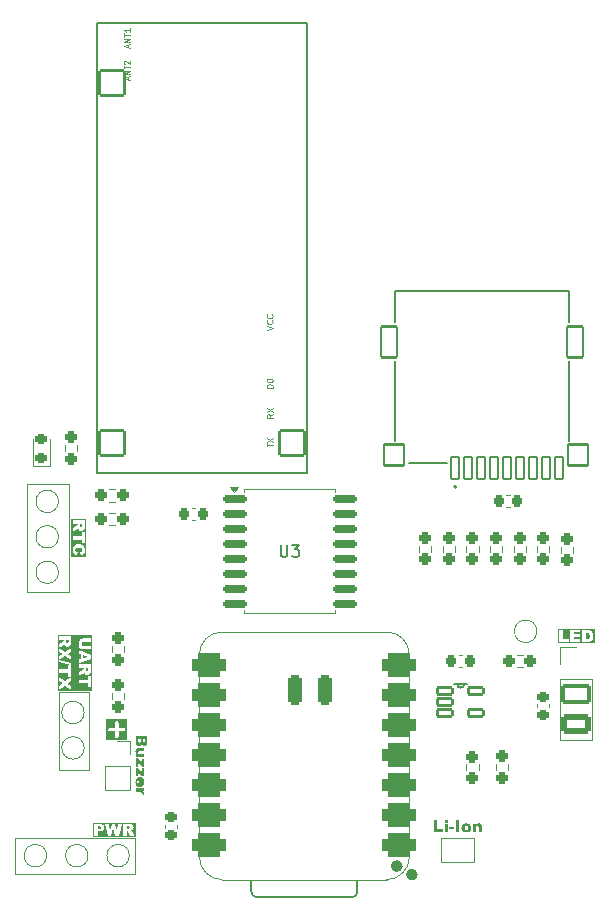
<source format=gto>
G04 #@! TF.GenerationSoftware,KiCad,Pcbnew,9.0.3*
G04 #@! TF.CreationDate,2025-08-23T15:15:08+02:00*
G04 #@! TF.ProjectId,fw-anwesenheit,66772d61-6e77-4657-9365-6e686569742e,rev?*
G04 #@! TF.SameCoordinates,Original*
G04 #@! TF.FileFunction,Legend,Top*
G04 #@! TF.FilePolarity,Positive*
%FSLAX46Y46*%
G04 Gerber Fmt 4.6, Leading zero omitted, Abs format (unit mm)*
G04 Created by KiCad (PCBNEW 9.0.3) date 2025-08-23 15:15:08*
%MOMM*%
%LPD*%
G01*
G04 APERTURE LIST*
G04 Aperture macros list*
%AMRoundRect*
0 Rectangle with rounded corners*
0 $1 Rounding radius*
0 $2 $3 $4 $5 $6 $7 $8 $9 X,Y pos of 4 corners*
0 Add a 4 corners polygon primitive as box body*
4,1,4,$2,$3,$4,$5,$6,$7,$8,$9,$2,$3,0*
0 Add four circle primitives for the rounded corners*
1,1,$1+$1,$2,$3*
1,1,$1+$1,$4,$5*
1,1,$1+$1,$6,$7*
1,1,$1+$1,$8,$9*
0 Add four rect primitives between the rounded corners*
20,1,$1+$1,$2,$3,$4,$5,0*
20,1,$1+$1,$4,$5,$6,$7,0*
20,1,$1+$1,$6,$7,$8,$9,0*
20,1,$1+$1,$8,$9,$2,$3,0*%
%AMOutline5P*
0 Free polygon, 5 corners , with rotation*
0 The origin of the aperture is its center*
0 number of corners: always 5*
0 $1 to $10 corner X, Y*
0 $11 Rotation angle, in degrees counterclockwise*
0 create outline with 5 corners*
4,1,5,$1,$2,$3,$4,$5,$6,$7,$8,$9,$10,$1,$2,$11*%
%AMOutline6P*
0 Free polygon, 6 corners , with rotation*
0 The origin of the aperture is its center*
0 number of corners: always 6*
0 $1 to $12 corner X, Y*
0 $13 Rotation angle, in degrees counterclockwise*
0 create outline with 6 corners*
4,1,6,$1,$2,$3,$4,$5,$6,$7,$8,$9,$10,$11,$12,$1,$2,$13*%
%AMOutline7P*
0 Free polygon, 7 corners , with rotation*
0 The origin of the aperture is its center*
0 number of corners: always 7*
0 $1 to $14 corner X, Y*
0 $15 Rotation angle, in degrees counterclockwise*
0 create outline with 7 corners*
4,1,7,$1,$2,$3,$4,$5,$6,$7,$8,$9,$10,$11,$12,$13,$14,$1,$2,$15*%
%AMOutline8P*
0 Free polygon, 8 corners , with rotation*
0 The origin of the aperture is its center*
0 number of corners: always 8*
0 $1 to $16 corner X, Y*
0 $17 Rotation angle, in degrees counterclockwise*
0 create outline with 8 corners*
4,1,8,$1,$2,$3,$4,$5,$6,$7,$8,$9,$10,$11,$12,$13,$14,$15,$16,$1,$2,$17*%
%AMFreePoly0*
4,1,6,1.000000,0.000000,0.500000,-0.750000,-0.500000,-0.750000,-0.500000,0.750000,0.500000,0.750000,1.000000,0.000000,1.000000,0.000000,$1*%
%AMFreePoly1*
4,1,6,0.500000,-0.750000,-0.650000,-0.750000,-0.150000,0.000000,-0.650000,0.750000,0.500000,0.750000,0.500000,-0.750000,0.500000,-0.750000,$1*%
G04 Aperture macros list end*
%ADD10C,0.100000*%
%ADD11C,0.300000*%
%ADD12C,0.150000*%
%ADD13C,0.125000*%
%ADD14C,0.120000*%
%ADD15C,0.127000*%
%ADD16C,0.504000*%
%ADD17C,0.152400*%
%ADD18C,0.200000*%
%ADD19RoundRect,0.225000X0.225000X0.250000X-0.225000X0.250000X-0.225000X-0.250000X0.225000X-0.250000X0*%
%ADD20Outline5P,-1.250000X0.510000X-0.910000X0.850000X1.250000X0.850000X1.250000X-0.850000X-1.250000X-0.850000X0.000000*%
%ADD21RoundRect,0.170000X-1.080000X-0.680000X1.080000X-0.680000X1.080000X0.680000X-1.080000X0.680000X0*%
%ADD22RoundRect,0.250000X-1.000000X-0.600000X1.000000X-0.600000X1.000000X0.600000X-1.000000X0.600000X0*%
%ADD23RoundRect,0.525400X0.900400X0.525400X-0.900400X0.525400X-0.900400X-0.525400X0.900400X-0.525400X0*%
%ADD24RoundRect,0.300400X0.300400X-1.000400X0.300400X1.000400X-0.300400X1.000400X-0.300400X-1.000400X0*%
%ADD25C,1.700000*%
%ADD26C,1.500000*%
%ADD27RoundRect,0.218750X0.256250X-0.218750X0.256250X0.218750X-0.256250X0.218750X-0.256250X-0.218750X0*%
%ADD28RoundRect,0.237500X0.237500X-0.250000X0.237500X0.250000X-0.237500X0.250000X-0.237500X-0.250000X0*%
%ADD29RoundRect,0.237500X-0.237500X0.250000X-0.237500X-0.250000X0.237500X-0.250000X0.237500X0.250000X0*%
%ADD30RoundRect,0.225000X-0.225000X-0.250000X0.225000X-0.250000X0.225000X0.250000X-0.225000X0.250000X0*%
%ADD31RoundRect,0.150000X-0.875000X-0.150000X0.875000X-0.150000X0.875000X0.150000X-0.875000X0.150000X0*%
%ADD32R,1.350000X1.350000*%
%ADD33C,1.350000*%
%ADD34FreePoly0,0.000000*%
%ADD35FreePoly1,0.000000*%
%ADD36C,2.304000*%
%ADD37RoundRect,0.102000X-1.050000X1.050000X-1.050000X-1.050000X1.050000X-1.050000X1.050000X1.050000X0*%
%ADD38RoundRect,0.237500X0.250000X0.237500X-0.250000X0.237500X-0.250000X-0.237500X0.250000X-0.237500X0*%
%ADD39RoundRect,0.102000X-0.635000X-0.279400X0.635000X-0.279400X0.635000X0.279400X-0.635000X0.279400X0*%
%ADD40RoundRect,0.237500X-0.250000X-0.237500X0.250000X-0.237500X0.250000X0.237500X-0.250000X0.237500X0*%
%ADD41RoundRect,0.225000X0.250000X-0.225000X0.250000X0.225000X-0.250000X0.225000X-0.250000X-0.225000X0*%
%ADD42C,1.000000*%
%ADD43RoundRect,0.102000X0.350000X0.950000X-0.350000X0.950000X-0.350000X-0.950000X0.350000X-0.950000X0*%
%ADD44RoundRect,0.102000X0.850000X0.900000X-0.850000X0.900000X-0.850000X-0.900000X0.850000X-0.900000X0*%
%ADD45RoundRect,0.102000X0.700000X1.300000X-0.700000X1.300000X-0.700000X-1.300000X0.700000X-1.300000X0*%
%ADD46RoundRect,0.225000X-0.250000X0.225000X-0.250000X-0.225000X0.250000X-0.225000X0.250000X0.225000X0*%
%ADD47R,1.600000X2.000000*%
%ADD48O,1.600000X2.000000*%
G04 APERTURE END LIST*
D10*
G36*
X92483418Y-117903414D02*
G01*
X92478292Y-117976154D01*
X92464024Y-118036027D01*
X92441765Y-118085307D01*
X92411916Y-118125797D01*
X92373641Y-118160033D01*
X92331965Y-118183954D01*
X92286118Y-118198391D01*
X92234962Y-118203344D01*
X92178019Y-118197029D01*
X92127952Y-118178657D01*
X92083165Y-118148023D01*
X92058127Y-118121160D01*
X92035802Y-118085745D01*
X92016426Y-118040068D01*
X91993439Y-118109093D01*
X91963486Y-118160890D01*
X91927155Y-118198826D01*
X91882539Y-118226579D01*
X91830193Y-118243721D01*
X91768153Y-118249750D01*
X91717200Y-118245602D01*
X91670749Y-118233490D01*
X91627958Y-118213541D01*
X91589323Y-118186407D01*
X91556666Y-118153562D01*
X91529528Y-118114501D01*
X91511267Y-118069998D01*
X91496677Y-117997020D01*
X91483000Y-117858351D01*
X91483000Y-117794115D01*
X91697933Y-117794115D01*
X91701852Y-117846999D01*
X91711905Y-117883056D01*
X91726326Y-117906833D01*
X91747181Y-117924900D01*
X91772176Y-117935802D01*
X91802591Y-117939623D01*
X91830744Y-117935894D01*
X91854196Y-117925158D01*
X91874093Y-117907139D01*
X91887730Y-117883682D01*
X91897359Y-117847408D01*
X91901143Y-117793444D01*
X91901143Y-117770912D01*
X92092630Y-117770912D01*
X92096078Y-117818953D01*
X92104836Y-117851053D01*
X92117237Y-117871662D01*
X92135462Y-117887014D01*
X92158683Y-117896560D01*
X92188434Y-117899995D01*
X92215914Y-117896639D01*
X92237983Y-117887170D01*
X92255906Y-117871662D01*
X92268201Y-117851115D01*
X92276829Y-117819585D01*
X92280208Y-117772927D01*
X92280208Y-117636334D01*
X92092630Y-117636334D01*
X92092630Y-117770912D01*
X91901143Y-117770912D01*
X91901143Y-117636334D01*
X91697933Y-117636334D01*
X91697933Y-117794115D01*
X91483000Y-117794115D01*
X91483000Y-117324131D01*
X92483418Y-117324131D01*
X92483418Y-117903414D01*
G37*
G36*
X91483000Y-119157784D02*
G01*
X91483000Y-118898215D01*
X91601885Y-118898215D01*
X91555728Y-118857063D01*
X91521845Y-118818128D01*
X91498265Y-118781040D01*
X91481670Y-118740502D01*
X91471121Y-118692598D01*
X91467368Y-118635898D01*
X91472082Y-118579152D01*
X91485414Y-118531232D01*
X91506703Y-118490521D01*
X91536061Y-118455830D01*
X91571961Y-118429077D01*
X91617624Y-118408750D01*
X91675278Y-118395468D01*
X91747698Y-118390617D01*
X92209866Y-118390617D01*
X92209866Y-118670031D01*
X91811689Y-118670031D01*
X91766673Y-118673485D01*
X91735630Y-118682401D01*
X91714847Y-118695310D01*
X91699256Y-118713911D01*
X91689642Y-118737136D01*
X91686210Y-118766385D01*
X91690517Y-118797824D01*
X91703059Y-118824619D01*
X91724372Y-118847962D01*
X91752072Y-118863911D01*
X91795687Y-118875278D01*
X91861454Y-118879775D01*
X92209866Y-118879775D01*
X92209866Y-119157784D01*
X91483000Y-119157784D01*
G37*
G36*
X92209866Y-119294927D02*
G01*
X92209866Y-119967816D01*
X92049277Y-119967816D01*
X91670578Y-119601696D01*
X91670578Y-119990347D01*
X91483000Y-119990347D01*
X91483000Y-119267632D01*
X91661114Y-119267632D01*
X92022288Y-119614640D01*
X92022288Y-119294927D01*
X92209866Y-119294927D01*
G37*
G36*
X92209866Y-120072596D02*
G01*
X92209866Y-120745485D01*
X92049277Y-120745485D01*
X91670578Y-120379365D01*
X91670578Y-120768016D01*
X91483000Y-120768016D01*
X91483000Y-120045302D01*
X91661114Y-120045302D01*
X92022288Y-120392310D01*
X92022288Y-120072596D01*
X92209866Y-120072596D01*
G37*
G36*
X91928569Y-120840490D02*
G01*
X92000990Y-120861291D01*
X92064405Y-120895006D01*
X92120290Y-120942161D01*
X92156920Y-120987231D01*
X92185889Y-121038777D01*
X92207290Y-121097744D01*
X92220761Y-121165356D01*
X92225498Y-121243069D01*
X92219449Y-121346488D01*
X92203111Y-121426978D01*
X92178603Y-121488960D01*
X92142502Y-121544547D01*
X92097522Y-121590004D01*
X92042804Y-121626286D01*
X91981648Y-121651241D01*
X91905550Y-121667509D01*
X91811262Y-121673424D01*
X91779999Y-121673424D01*
X91779999Y-121390652D01*
X91912867Y-121390652D01*
X91964796Y-121381126D01*
X92001597Y-121366281D01*
X92026928Y-121347238D01*
X92045741Y-121321911D01*
X92057290Y-121291532D01*
X92061367Y-121254670D01*
X92055472Y-121213061D01*
X92038402Y-121178350D01*
X92009404Y-121148791D01*
X91971902Y-121129093D01*
X91912867Y-121116673D01*
X91912867Y-121390652D01*
X91779999Y-121390652D01*
X91779999Y-121116001D01*
X91735682Y-121124168D01*
X91702916Y-121136513D01*
X91679188Y-121152210D01*
X91652687Y-121181823D01*
X91636946Y-121216355D01*
X91631499Y-121257418D01*
X91636589Y-121297234D01*
X91652016Y-121335331D01*
X91668601Y-121357193D01*
X91697933Y-121383814D01*
X91674486Y-121657732D01*
X91605045Y-121610937D01*
X91552902Y-121560453D01*
X91515484Y-121506057D01*
X91490617Y-121444747D01*
X91473724Y-121361757D01*
X91467368Y-121251312D01*
X91472641Y-121155392D01*
X91486828Y-121081175D01*
X91507973Y-121024471D01*
X91539751Y-120973365D01*
X91582318Y-120927853D01*
X91637056Y-120887512D01*
X91698129Y-120857858D01*
X91766923Y-120839582D01*
X91845090Y-120833229D01*
X91928569Y-120840490D01*
G37*
G36*
X92209866Y-121803789D02*
G01*
X92209866Y-122064030D01*
X92091103Y-122064030D01*
X92140903Y-122091893D01*
X92174871Y-122117669D01*
X92196616Y-122141577D01*
X92212328Y-122169529D01*
X92222073Y-122202078D01*
X92225498Y-122240312D01*
X92221718Y-122280528D01*
X92209689Y-122325061D01*
X92188006Y-122374890D01*
X91989987Y-122288794D01*
X92006228Y-122241599D01*
X92010564Y-122210942D01*
X92005431Y-122176920D01*
X91990620Y-122149223D01*
X91965318Y-122126251D01*
X91919836Y-122105157D01*
X91844479Y-122089519D01*
X91726937Y-122083203D01*
X91483000Y-122083203D01*
X91483000Y-121803789D01*
X92209866Y-121803789D01*
G37*
X81280000Y-125984000D02*
X91440000Y-125984000D01*
X91440000Y-129032000D01*
X81280000Y-129032000D01*
X81280000Y-125984000D01*
X84963000Y-113665000D02*
X87503000Y-113665000D01*
X87503000Y-120269000D01*
X84963000Y-120269000D01*
X84963000Y-113665000D01*
X82296000Y-96012000D02*
X85852000Y-96012000D01*
X85852000Y-105156000D01*
X82296000Y-105156000D01*
X82296000Y-96012000D01*
G36*
X87483208Y-111737927D02*
G01*
X87479471Y-111794434D01*
X87470140Y-111830944D01*
X87457257Y-111853332D01*
X87438058Y-111870079D01*
X87413808Y-111880409D01*
X87382946Y-111884106D01*
X87351998Y-111879204D01*
X87325000Y-111864628D01*
X87304511Y-111842287D01*
X87293615Y-111814436D01*
X87279998Y-111732493D01*
X87279998Y-111602006D01*
X87483208Y-111602006D01*
X87483208Y-111737927D01*
G37*
G36*
X87426116Y-110639323D02*
G01*
X87065064Y-110749965D01*
X87065064Y-110529352D01*
X87426116Y-110639323D01*
G37*
G36*
X85803208Y-109346302D02*
G01*
X85799471Y-109402809D01*
X85790140Y-109439319D01*
X85777257Y-109461706D01*
X85758058Y-109478454D01*
X85733808Y-109488783D01*
X85702946Y-109492481D01*
X85671998Y-109487579D01*
X85645000Y-109473003D01*
X85624511Y-109450661D01*
X85613615Y-109422811D01*
X85599998Y-109340867D01*
X85599998Y-109210381D01*
X85803208Y-109210381D01*
X85803208Y-109346302D01*
G37*
G36*
X87797529Y-113570706D02*
G01*
X84879257Y-113570706D01*
X84879257Y-112716364D01*
X85006000Y-112716364D01*
X85327423Y-112914506D01*
X85006000Y-113111916D01*
X85006000Y-113459595D01*
X85521901Y-113118755D01*
X86006418Y-113430225D01*
X86006418Y-113092804D01*
X85698672Y-112920674D01*
X86006418Y-112743048D01*
X86006418Y-112608897D01*
X86686000Y-112608897D01*
X86686000Y-112918353D01*
X87440221Y-112918353D01*
X87440221Y-113233976D01*
X87686418Y-113233976D01*
X87686418Y-112293335D01*
X87440221Y-112293335D01*
X87440221Y-112608897D01*
X86686000Y-112608897D01*
X86006418Y-112608897D01*
X86006418Y-112402146D01*
X85527336Y-112716364D01*
X85006000Y-112370761D01*
X85006000Y-112716364D01*
X84879257Y-112716364D01*
X84879257Y-111706176D01*
X85006000Y-111706176D01*
X85006000Y-112015632D01*
X85760221Y-112015632D01*
X85760221Y-112331255D01*
X86006418Y-112331255D01*
X86006418Y-111602006D01*
X86686000Y-111602006D01*
X87092420Y-111602006D01*
X87092420Y-111629300D01*
X87086561Y-111669636D01*
X87069217Y-111705137D01*
X87044960Y-111728529D01*
X87038525Y-111732493D01*
X86992036Y-111761130D01*
X86686000Y-111926483D01*
X86686000Y-112276238D01*
X86975122Y-112126640D01*
X87037648Y-112083225D01*
X87074029Y-112051893D01*
X87090527Y-112033705D01*
X87107584Y-112004135D01*
X87127652Y-111953105D01*
X87146511Y-112017799D01*
X87167219Y-112061732D01*
X87195033Y-112100500D01*
X87227546Y-112132866D01*
X87265099Y-112159368D01*
X87306713Y-112178696D01*
X87354186Y-112190705D01*
X87408714Y-112194905D01*
X87470964Y-112189417D01*
X87524431Y-112173753D01*
X87570769Y-112148438D01*
X87610711Y-112113975D01*
X87640817Y-112073522D01*
X87661872Y-112026195D01*
X87674370Y-111974723D01*
X87683096Y-111903309D01*
X87686418Y-111806926D01*
X87686418Y-111291146D01*
X86686000Y-111291146D01*
X86686000Y-111602006D01*
X86006418Y-111602006D01*
X86006418Y-111390614D01*
X85760221Y-111390614D01*
X85760221Y-111706176D01*
X85006000Y-111706176D01*
X84879257Y-111706176D01*
X84879257Y-111111078D01*
X84990368Y-111111078D01*
X86022050Y-111362465D01*
X86022050Y-111220377D01*
X84990368Y-110970333D01*
X84990368Y-111111078D01*
X84879257Y-111111078D01*
X84879257Y-109210381D01*
X85006000Y-109210381D01*
X85412420Y-109210381D01*
X85412420Y-109237675D01*
X85406561Y-109278011D01*
X85389217Y-109313512D01*
X85364960Y-109336904D01*
X85358527Y-109340867D01*
X85312036Y-109369505D01*
X85006000Y-109534857D01*
X85006000Y-109883392D01*
X85006000Y-110228995D01*
X85327423Y-110427137D01*
X85006000Y-110624547D01*
X85006000Y-110972226D01*
X85521901Y-110631385D01*
X86006418Y-110942856D01*
X86006418Y-110605435D01*
X85698672Y-110433304D01*
X85732313Y-110413887D01*
X86686000Y-110413887D01*
X86850131Y-110462430D01*
X86850131Y-110749965D01*
X86850131Y-110814872D01*
X86686000Y-110864087D01*
X86686000Y-111187892D01*
X87686418Y-110811453D01*
X87686418Y-110474031D01*
X86686000Y-110097592D01*
X86686000Y-110413887D01*
X85732313Y-110413887D01*
X86006418Y-110255679D01*
X86006418Y-109914777D01*
X85527336Y-110228995D01*
X85007034Y-109884077D01*
X85295122Y-109735014D01*
X85357648Y-109691600D01*
X85394029Y-109660268D01*
X85410527Y-109642080D01*
X85427584Y-109612509D01*
X85447652Y-109561480D01*
X85466511Y-109626174D01*
X85487219Y-109670107D01*
X85515033Y-109708875D01*
X85547546Y-109741240D01*
X85585099Y-109767743D01*
X85626713Y-109787070D01*
X85674186Y-109799079D01*
X85728714Y-109803280D01*
X85790964Y-109797792D01*
X85844431Y-109782127D01*
X85890769Y-109756813D01*
X85930711Y-109722350D01*
X85960817Y-109681896D01*
X85981872Y-109634569D01*
X85993526Y-109586575D01*
X86670368Y-109586575D01*
X86674441Y-109670504D01*
X86685876Y-109742114D01*
X86703707Y-109803096D01*
X86722813Y-109844480D01*
X86750052Y-109885712D01*
X86786444Y-109927111D01*
X86828005Y-109963085D01*
X86873697Y-109991902D01*
X86924014Y-110013878D01*
X87004568Y-110034524D01*
X87091198Y-110041538D01*
X87686418Y-110041538D01*
X87686418Y-109732754D01*
X87078131Y-109732754D01*
X87024668Y-109727180D01*
X86982846Y-109711768D01*
X86950026Y-109687325D01*
X86925582Y-109654437D01*
X86910315Y-109613428D01*
X86904841Y-109561968D01*
X86910400Y-109510105D01*
X86925893Y-109468892D01*
X86950698Y-109435938D01*
X86983936Y-109411405D01*
X87025606Y-109396034D01*
X87078131Y-109390509D01*
X87686418Y-109390509D01*
X87686418Y-109081725D01*
X87091198Y-109081725D01*
X87015590Y-109088339D01*
X86922366Y-109110424D01*
X86865193Y-109135061D01*
X86807205Y-109176308D01*
X86757149Y-109227734D01*
X86721109Y-109282554D01*
X86696599Y-109345052D01*
X86680626Y-109427023D01*
X86672815Y-109511988D01*
X86670368Y-109586575D01*
X85993526Y-109586575D01*
X85994370Y-109583098D01*
X86003096Y-109511683D01*
X86006418Y-109415300D01*
X86006418Y-108899520D01*
X85006000Y-108899520D01*
X85006000Y-109210381D01*
X84879257Y-109210381D01*
X84879257Y-108788409D01*
X87797529Y-108788409D01*
X87797529Y-113570706D01*
G37*
D11*
G36*
X90784153Y-117716613D02*
G01*
X89013725Y-117716613D01*
X89013725Y-116802136D01*
X89180392Y-116802136D01*
X89180392Y-116860664D01*
X89202790Y-116914736D01*
X89244174Y-116956120D01*
X89298246Y-116978518D01*
X89327510Y-116981400D01*
X89748939Y-116981400D01*
X89748939Y-117402828D01*
X89751821Y-117432092D01*
X89774219Y-117486164D01*
X89815603Y-117527548D01*
X89869675Y-117549946D01*
X89928203Y-117549946D01*
X89982275Y-117527548D01*
X90023659Y-117486164D01*
X90046057Y-117432092D01*
X90048939Y-117402828D01*
X90048939Y-116981400D01*
X90470368Y-116981400D01*
X90499632Y-116978518D01*
X90553704Y-116956120D01*
X90595088Y-116914736D01*
X90617486Y-116860664D01*
X90617486Y-116802136D01*
X90595088Y-116748064D01*
X90553704Y-116706680D01*
X90499632Y-116684282D01*
X90470368Y-116681400D01*
X90048939Y-116681400D01*
X90048939Y-116259971D01*
X90046057Y-116230707D01*
X90023659Y-116176635D01*
X89982275Y-116135251D01*
X89928203Y-116112853D01*
X89869675Y-116112853D01*
X89815603Y-116135251D01*
X89774219Y-116176635D01*
X89751821Y-116230707D01*
X89748939Y-116259971D01*
X89748939Y-116681400D01*
X89327510Y-116681400D01*
X89298246Y-116684282D01*
X89244174Y-116706680D01*
X89202790Y-116748064D01*
X89180392Y-116802136D01*
X89013725Y-116802136D01*
X89013725Y-115946186D01*
X90784153Y-115946186D01*
X90784153Y-117716613D01*
G37*
D12*
G36*
X86967208Y-99553332D02*
G01*
X86963471Y-99609839D01*
X86954140Y-99646349D01*
X86941257Y-99668736D01*
X86922058Y-99685484D01*
X86897808Y-99695813D01*
X86866946Y-99699511D01*
X86835998Y-99694609D01*
X86809000Y-99680033D01*
X86788511Y-99657691D01*
X86777615Y-99629841D01*
X86763998Y-99547897D01*
X86763998Y-99417411D01*
X86967208Y-99417411D01*
X86967208Y-99553332D01*
G37*
G36*
X87297161Y-102190463D02*
G01*
X86043257Y-102190463D01*
X86043257Y-101625732D01*
X86154368Y-101625732D01*
X86159226Y-101715051D01*
X86172620Y-101788038D01*
X86193142Y-101847383D01*
X86223211Y-101902359D01*
X86261377Y-101950778D01*
X86308180Y-101993257D01*
X86361354Y-102027933D01*
X86424170Y-102056761D01*
X86498079Y-102079352D01*
X86580327Y-101808121D01*
X86518280Y-101790386D01*
X86470722Y-101768175D01*
X86434942Y-101742175D01*
X86408088Y-101708715D01*
X86391114Y-101665032D01*
X86384933Y-101607964D01*
X86389096Y-101563148D01*
X86400905Y-101525378D01*
X86419930Y-101493268D01*
X86446543Y-101465875D01*
X86477875Y-101446469D01*
X86523263Y-101430585D01*
X86587033Y-101419536D01*
X86674300Y-101415317D01*
X86763457Y-101421072D01*
X86826959Y-101436051D01*
X86871038Y-101457693D01*
X86908242Y-101489045D01*
X86934157Y-101525580D01*
X86949958Y-101568286D01*
X86955484Y-101618893D01*
X86950591Y-101663638D01*
X86936372Y-101702913D01*
X86913295Y-101737447D01*
X86881723Y-101766477D01*
X86856991Y-101780651D01*
X86814801Y-101796519D01*
X86875556Y-102069766D01*
X86952867Y-102038318D01*
X87016504Y-102000890D01*
X87068338Y-101957786D01*
X87109785Y-101908871D01*
X87141320Y-101853730D01*
X87165165Y-101787258D01*
X87180533Y-101707314D01*
X87186050Y-101611383D01*
X87180009Y-101513297D01*
X87162894Y-101428675D01*
X87135799Y-101355528D01*
X87099225Y-101292190D01*
X87053060Y-101237386D01*
X86998109Y-101191717D01*
X86934153Y-101155390D01*
X86859818Y-101128373D01*
X86773331Y-101111249D01*
X86672590Y-101105190D01*
X86578993Y-101110448D01*
X86498168Y-101125328D01*
X86428317Y-101148801D01*
X86367897Y-101180294D01*
X86310576Y-101221533D01*
X86264592Y-101264963D01*
X86228607Y-101310672D01*
X86201629Y-101358958D01*
X86176678Y-101429588D01*
X86160323Y-101517347D01*
X86154368Y-101625732D01*
X86043257Y-101625732D01*
X86043257Y-100424302D01*
X86170000Y-100424302D01*
X86170000Y-100733757D01*
X86924221Y-100733757D01*
X86924221Y-101049380D01*
X87170418Y-101049380D01*
X87170418Y-100108740D01*
X86924221Y-100108740D01*
X86924221Y-100424302D01*
X86170000Y-100424302D01*
X86043257Y-100424302D01*
X86043257Y-99417411D01*
X86170000Y-99417411D01*
X86576420Y-99417411D01*
X86576420Y-99444705D01*
X86570561Y-99485041D01*
X86553217Y-99520542D01*
X86528960Y-99543934D01*
X86522527Y-99547897D01*
X86476036Y-99576535D01*
X86170000Y-99741887D01*
X86170000Y-100091643D01*
X86459122Y-99942044D01*
X86521648Y-99898630D01*
X86558029Y-99867298D01*
X86574527Y-99849110D01*
X86591584Y-99819539D01*
X86611652Y-99768510D01*
X86630511Y-99833204D01*
X86651219Y-99877137D01*
X86679033Y-99915905D01*
X86711546Y-99948270D01*
X86749099Y-99974773D01*
X86790713Y-99994100D01*
X86838186Y-100006109D01*
X86892714Y-100010310D01*
X86954964Y-100004822D01*
X87008431Y-99989157D01*
X87054769Y-99963843D01*
X87094711Y-99929380D01*
X87124817Y-99888926D01*
X87145872Y-99841599D01*
X87158370Y-99790128D01*
X87167096Y-99718713D01*
X87170418Y-99622330D01*
X87170418Y-99106550D01*
X86170000Y-99106550D01*
X86170000Y-99417411D01*
X86043257Y-99417411D01*
X86043257Y-98995439D01*
X87297161Y-98995439D01*
X87297161Y-102190463D01*
G37*
D10*
G36*
X88441256Y-125021383D02*
G01*
X88478710Y-125032994D01*
X88502178Y-125049519D01*
X88519638Y-125072874D01*
X88530049Y-125099126D01*
X88533624Y-125129204D01*
X88529525Y-125159786D01*
X88517604Y-125185865D01*
X88497415Y-125208583D01*
X88471174Y-125224256D01*
X88431025Y-125235242D01*
X88371752Y-125239540D01*
X88295915Y-125239540D01*
X88295915Y-125016791D01*
X88384026Y-125016791D01*
X88441256Y-125021383D01*
G37*
G36*
X90904027Y-125020528D02*
G01*
X90940537Y-125029859D01*
X90962925Y-125042742D01*
X90979672Y-125061941D01*
X90990002Y-125086191D01*
X90993699Y-125117053D01*
X90988797Y-125148001D01*
X90974221Y-125174999D01*
X90951880Y-125195488D01*
X90924029Y-125206384D01*
X90842086Y-125220001D01*
X90711599Y-125220001D01*
X90711599Y-125016791D01*
X90847520Y-125016791D01*
X90904027Y-125020528D01*
G37*
G36*
X91496942Y-125925111D02*
G01*
X87874005Y-125925111D01*
X87874005Y-125239540D01*
X87985116Y-125239540D01*
X87985116Y-125814000D01*
X88295915Y-125814000D01*
X88295915Y-125442750D01*
X88465359Y-125442750D01*
X88560183Y-125436423D01*
X88635925Y-125419070D01*
X88696135Y-125392479D01*
X88743673Y-125357449D01*
X88782658Y-125312030D01*
X88810923Y-125258585D01*
X88828631Y-125195519D01*
X88834898Y-125120655D01*
X88829041Y-125047410D01*
X88812614Y-124986549D01*
X88786643Y-124935797D01*
X88751184Y-124893448D01*
X88707422Y-124860448D01*
X88652610Y-124835573D01*
X88584318Y-124819438D01*
X88499491Y-124813581D01*
X88893516Y-124813581D01*
X89116205Y-125814000D01*
X89419493Y-125814000D01*
X89594371Y-125184158D01*
X89769921Y-125814000D01*
X90073270Y-125814000D01*
X90204259Y-125220001D01*
X90400739Y-125220001D01*
X90400739Y-125814000D01*
X90711599Y-125814000D01*
X90711599Y-125407579D01*
X90738893Y-125407579D01*
X90779229Y-125413438D01*
X90814730Y-125430782D01*
X90838122Y-125455039D01*
X90870723Y-125507963D01*
X91036076Y-125814000D01*
X91385831Y-125814000D01*
X91236233Y-125524877D01*
X91192818Y-125462351D01*
X91161486Y-125425970D01*
X91143298Y-125409472D01*
X91113728Y-125392415D01*
X91062698Y-125372347D01*
X91127392Y-125353488D01*
X91171325Y-125332780D01*
X91210093Y-125304966D01*
X91242459Y-125272453D01*
X91268961Y-125234900D01*
X91288289Y-125193286D01*
X91300298Y-125145813D01*
X91304498Y-125091285D01*
X91299010Y-125029035D01*
X91283346Y-124975568D01*
X91258031Y-124929230D01*
X91223568Y-124889288D01*
X91183115Y-124859182D01*
X91135788Y-124838127D01*
X91084316Y-124825629D01*
X91012902Y-124816903D01*
X90916519Y-124813581D01*
X90400739Y-124813581D01*
X90400739Y-125220001D01*
X90204259Y-125220001D01*
X90293883Y-124813581D01*
X90001524Y-124813581D01*
X89895645Y-125372469D01*
X89740550Y-124813581D01*
X89447520Y-124813581D01*
X89293159Y-125372469D01*
X89187218Y-124813581D01*
X88893516Y-124813581D01*
X88499491Y-124813581D01*
X87985116Y-124813581D01*
X87985116Y-125239540D01*
X87874005Y-125239540D01*
X87874005Y-124702470D01*
X91496942Y-124702470D01*
X91496942Y-125925111D01*
G37*
D12*
G36*
X129759446Y-108611661D02*
G01*
X129806661Y-108623664D01*
X129843043Y-108641925D01*
X129870742Y-108665979D01*
X129890810Y-108696126D01*
X129907109Y-108739621D01*
X129918400Y-108800561D01*
X129922705Y-108883843D01*
X129919416Y-108964835D01*
X129911034Y-109020735D01*
X129899441Y-109057683D01*
X129881136Y-109091119D01*
X129859775Y-109115675D01*
X129835266Y-109132849D01*
X129806731Y-109143523D01*
X129762557Y-109151277D01*
X129697269Y-109154342D01*
X129621431Y-109154342D01*
X129621431Y-108607238D01*
X129698612Y-108607238D01*
X129759446Y-108611661D01*
G37*
G36*
X130344615Y-109492111D02*
G01*
X127253577Y-109492111D01*
X127253577Y-109381000D01*
X127364688Y-109381000D01*
X128157134Y-109381000D01*
X128297024Y-109381000D01*
X129141372Y-109381000D01*
X129141372Y-109154342D01*
X129311976Y-109154342D01*
X129311976Y-109381000D01*
X129771702Y-109381000D01*
X129856237Y-109374602D01*
X129956166Y-109353705D01*
X130003766Y-109336525D01*
X130050059Y-109310337D01*
X130095507Y-109274204D01*
X130135200Y-109231739D01*
X130168974Y-109182634D01*
X130196928Y-109126132D01*
X130215755Y-109065861D01*
X130228649Y-108984655D01*
X130233504Y-108877371D01*
X130227235Y-108776846D01*
X130208896Y-108683625D01*
X130188841Y-108624393D01*
X130162421Y-108571144D01*
X130129640Y-108523219D01*
X130090160Y-108480989D01*
X130044296Y-108445842D01*
X129991337Y-108417461D01*
X129934309Y-108398105D01*
X129862164Y-108385286D01*
X129771702Y-108380581D01*
X129311976Y-108380581D01*
X129311976Y-109154342D01*
X129141372Y-109154342D01*
X128607152Y-109154342D01*
X128607152Y-108958948D01*
X129088738Y-108958948D01*
X129088738Y-108755738D01*
X128607152Y-108755738D01*
X128607152Y-108595515D01*
X129126351Y-108595515D01*
X129126351Y-108380581D01*
X128297024Y-108380581D01*
X128297024Y-109381000D01*
X128157134Y-109381000D01*
X128157134Y-109134803D01*
X127674144Y-109134803D01*
X127674144Y-108380581D01*
X127364688Y-108380581D01*
X127364688Y-109381000D01*
X127253577Y-109381000D01*
X127253577Y-108269470D01*
X130344615Y-108269470D01*
X130344615Y-109492111D01*
G37*
X103759095Y-101181819D02*
X103759095Y-101991342D01*
X103759095Y-101991342D02*
X103806714Y-102086580D01*
X103806714Y-102086580D02*
X103854333Y-102134200D01*
X103854333Y-102134200D02*
X103949571Y-102181819D01*
X103949571Y-102181819D02*
X104140047Y-102181819D01*
X104140047Y-102181819D02*
X104235285Y-102134200D01*
X104235285Y-102134200D02*
X104282904Y-102086580D01*
X104282904Y-102086580D02*
X104330523Y-101991342D01*
X104330523Y-101991342D02*
X104330523Y-101181819D01*
X104711476Y-101181819D02*
X105330523Y-101181819D01*
X105330523Y-101181819D02*
X104997190Y-101562771D01*
X104997190Y-101562771D02*
X105140047Y-101562771D01*
X105140047Y-101562771D02*
X105235285Y-101610390D01*
X105235285Y-101610390D02*
X105282904Y-101658009D01*
X105282904Y-101658009D02*
X105330523Y-101753247D01*
X105330523Y-101753247D02*
X105330523Y-101991342D01*
X105330523Y-101991342D02*
X105282904Y-102086580D01*
X105282904Y-102086580D02*
X105235285Y-102134200D01*
X105235285Y-102134200D02*
X105140047Y-102181819D01*
X105140047Y-102181819D02*
X104854333Y-102181819D01*
X104854333Y-102181819D02*
X104759095Y-102134200D01*
X104759095Y-102134200D02*
X104711476Y-102086580D01*
G36*
X116709846Y-124509581D02*
G01*
X117019302Y-124509581D01*
X117019302Y-125263803D01*
X117502292Y-125263803D01*
X117502292Y-125510000D01*
X116709846Y-125510000D01*
X116709846Y-124509581D01*
G37*
G36*
X117634672Y-124509581D02*
G01*
X117912681Y-124509581D01*
X117912681Y-124697159D01*
X117634672Y-124697159D01*
X117634672Y-124509581D01*
G37*
G36*
X117634672Y-124783133D02*
G01*
X117912681Y-124783133D01*
X117912681Y-125510000D01*
X117634672Y-125510000D01*
X117634672Y-124783133D01*
G37*
G36*
X118037123Y-125037145D02*
G01*
X118441528Y-125037145D01*
X118441528Y-125252079D01*
X118037123Y-125252079D01*
X118037123Y-125037145D01*
G37*
G36*
X118587219Y-124509581D02*
G01*
X118897346Y-124509581D01*
X118897346Y-125510000D01*
X118587219Y-125510000D01*
X118587219Y-124509581D01*
G37*
G36*
X119569392Y-124773275D02*
G01*
X119644611Y-124789561D01*
X119708799Y-124815266D01*
X119763646Y-124849945D01*
X119810387Y-124893836D01*
X119849195Y-124947117D01*
X119876938Y-125005891D01*
X119893956Y-125071218D01*
X119899841Y-125144490D01*
X119892536Y-125226382D01*
X119871492Y-125298210D01*
X119837160Y-125361888D01*
X119788833Y-125418775D01*
X119742955Y-125455948D01*
X119690426Y-125485367D01*
X119630272Y-125507115D01*
X119561234Y-125520812D01*
X119481820Y-125525631D01*
X119394573Y-125519506D01*
X119319607Y-125502136D01*
X119254940Y-125474503D01*
X119198986Y-125436849D01*
X119150927Y-125389711D01*
X119114281Y-125338115D01*
X119088085Y-125281441D01*
X119072029Y-125218708D01*
X119066485Y-125148642D01*
X119066706Y-125146200D01*
X119345166Y-125146200D01*
X119350331Y-125210578D01*
X119364013Y-125257496D01*
X119384428Y-125291158D01*
X119413255Y-125317468D01*
X119445716Y-125332821D01*
X119483163Y-125338053D01*
X119521113Y-125332844D01*
X119553549Y-125317661D01*
X119581898Y-125291830D01*
X119601772Y-125258610D01*
X119615310Y-125210786D01*
X119620488Y-125143452D01*
X119615400Y-125080995D01*
X119601859Y-125035037D01*
X119581532Y-125001669D01*
X119553034Y-124975436D01*
X119521362Y-124960230D01*
X119485239Y-124955080D01*
X119446879Y-124960381D01*
X119413868Y-124975882D01*
X119384794Y-125002341D01*
X119364114Y-125036199D01*
X119350340Y-125082830D01*
X119345166Y-125146200D01*
X119066706Y-125146200D01*
X119073812Y-125067533D01*
X119094970Y-124996053D01*
X119129591Y-124932343D01*
X119178470Y-124875090D01*
X119224891Y-124837401D01*
X119277371Y-124807737D01*
X119336774Y-124785936D01*
X119404230Y-124772282D01*
X119481087Y-124767501D01*
X119569392Y-124773275D01*
G37*
G36*
X120033625Y-124783133D02*
G01*
X120292523Y-124783133D01*
X120292523Y-124902323D01*
X120333660Y-124856295D01*
X120372702Y-124822373D01*
X120410003Y-124798642D01*
X120450786Y-124781879D01*
X120498614Y-124771265D01*
X120554839Y-124767501D01*
X120611948Y-124772230D01*
X120660071Y-124785591D01*
X120700857Y-124806901D01*
X120735518Y-124836256D01*
X120762273Y-124872126D01*
X120782620Y-124917855D01*
X120795928Y-124975709D01*
X120800792Y-125048503D01*
X120800792Y-125510000D01*
X120521378Y-125510000D01*
X120521378Y-125111273D01*
X120517915Y-125066212D01*
X120508994Y-125035274D01*
X120496099Y-125014675D01*
X120477522Y-124999265D01*
X120454298Y-124989745D01*
X120425024Y-124986343D01*
X120393116Y-124990685D01*
X120366199Y-125003269D01*
X120343020Y-125024567D01*
X120327305Y-125052231D01*
X120316081Y-125095893D01*
X120311635Y-125161831D01*
X120311635Y-125510000D01*
X120033625Y-125510000D01*
X120033625Y-124783133D01*
G37*
D13*
X103094809Y-87872047D02*
X102594809Y-87872047D01*
X102594809Y-87872047D02*
X102594809Y-87752999D01*
X102594809Y-87752999D02*
X102618619Y-87681571D01*
X102618619Y-87681571D02*
X102666238Y-87633952D01*
X102666238Y-87633952D02*
X102713857Y-87610142D01*
X102713857Y-87610142D02*
X102809095Y-87586333D01*
X102809095Y-87586333D02*
X102880523Y-87586333D01*
X102880523Y-87586333D02*
X102975761Y-87610142D01*
X102975761Y-87610142D02*
X103023380Y-87633952D01*
X103023380Y-87633952D02*
X103071000Y-87681571D01*
X103071000Y-87681571D02*
X103094809Y-87752999D01*
X103094809Y-87752999D02*
X103094809Y-87872047D01*
X102594809Y-87276809D02*
X102594809Y-87229190D01*
X102594809Y-87229190D02*
X102618619Y-87181571D01*
X102618619Y-87181571D02*
X102642428Y-87157761D01*
X102642428Y-87157761D02*
X102690047Y-87133952D01*
X102690047Y-87133952D02*
X102785285Y-87110142D01*
X102785285Y-87110142D02*
X102904333Y-87110142D01*
X102904333Y-87110142D02*
X102999571Y-87133952D01*
X102999571Y-87133952D02*
X103047190Y-87157761D01*
X103047190Y-87157761D02*
X103071000Y-87181571D01*
X103071000Y-87181571D02*
X103094809Y-87229190D01*
X103094809Y-87229190D02*
X103094809Y-87276809D01*
X103094809Y-87276809D02*
X103071000Y-87324428D01*
X103071000Y-87324428D02*
X103047190Y-87348237D01*
X103047190Y-87348237D02*
X102999571Y-87372047D01*
X102999571Y-87372047D02*
X102904333Y-87395856D01*
X102904333Y-87395856D02*
X102785285Y-87395856D01*
X102785285Y-87395856D02*
X102690047Y-87372047D01*
X102690047Y-87372047D02*
X102642428Y-87348237D01*
X102642428Y-87348237D02*
X102618619Y-87324428D01*
X102618619Y-87324428D02*
X102594809Y-87276809D01*
X90851952Y-59059522D02*
X90851952Y-58821427D01*
X90994809Y-59107141D02*
X90494809Y-58940475D01*
X90494809Y-58940475D02*
X90994809Y-58773808D01*
X90994809Y-58607142D02*
X90494809Y-58607142D01*
X90494809Y-58607142D02*
X90994809Y-58321428D01*
X90994809Y-58321428D02*
X90494809Y-58321428D01*
X90494809Y-58154760D02*
X90494809Y-57869046D01*
X90994809Y-58011903D02*
X90494809Y-58011903D01*
X90994809Y-57440475D02*
X90994809Y-57726189D01*
X90994809Y-57583332D02*
X90494809Y-57583332D01*
X90494809Y-57583332D02*
X90566238Y-57630951D01*
X90566238Y-57630951D02*
X90613857Y-57678570D01*
X90613857Y-57678570D02*
X90637666Y-57726189D01*
X102594809Y-82962665D02*
X103094809Y-82795999D01*
X103094809Y-82795999D02*
X102594809Y-82629332D01*
X103047190Y-82176952D02*
X103071000Y-82200761D01*
X103071000Y-82200761D02*
X103094809Y-82272190D01*
X103094809Y-82272190D02*
X103094809Y-82319809D01*
X103094809Y-82319809D02*
X103071000Y-82391237D01*
X103071000Y-82391237D02*
X103023380Y-82438856D01*
X103023380Y-82438856D02*
X102975761Y-82462666D01*
X102975761Y-82462666D02*
X102880523Y-82486475D01*
X102880523Y-82486475D02*
X102809095Y-82486475D01*
X102809095Y-82486475D02*
X102713857Y-82462666D01*
X102713857Y-82462666D02*
X102666238Y-82438856D01*
X102666238Y-82438856D02*
X102618619Y-82391237D01*
X102618619Y-82391237D02*
X102594809Y-82319809D01*
X102594809Y-82319809D02*
X102594809Y-82272190D01*
X102594809Y-82272190D02*
X102618619Y-82200761D01*
X102618619Y-82200761D02*
X102642428Y-82176952D01*
X103047190Y-81676952D02*
X103071000Y-81700761D01*
X103071000Y-81700761D02*
X103094809Y-81772190D01*
X103094809Y-81772190D02*
X103094809Y-81819809D01*
X103094809Y-81819809D02*
X103071000Y-81891237D01*
X103071000Y-81891237D02*
X103023380Y-81938856D01*
X103023380Y-81938856D02*
X102975761Y-81962666D01*
X102975761Y-81962666D02*
X102880523Y-81986475D01*
X102880523Y-81986475D02*
X102809095Y-81986475D01*
X102809095Y-81986475D02*
X102713857Y-81962666D01*
X102713857Y-81962666D02*
X102666238Y-81938856D01*
X102666238Y-81938856D02*
X102618619Y-81891237D01*
X102618619Y-81891237D02*
X102594809Y-81819809D01*
X102594809Y-81819809D02*
X102594809Y-81772190D01*
X102594809Y-81772190D02*
X102618619Y-81700761D01*
X102618619Y-81700761D02*
X102642428Y-81676952D01*
X90851952Y-61799522D02*
X90851952Y-61561427D01*
X90994809Y-61847141D02*
X90494809Y-61680475D01*
X90494809Y-61680475D02*
X90994809Y-61513808D01*
X90994809Y-61347142D02*
X90494809Y-61347142D01*
X90494809Y-61347142D02*
X90994809Y-61061428D01*
X90994809Y-61061428D02*
X90494809Y-61061428D01*
X90494809Y-60894760D02*
X90494809Y-60609046D01*
X90994809Y-60751903D02*
X90494809Y-60751903D01*
X90542428Y-60466189D02*
X90518619Y-60442380D01*
X90518619Y-60442380D02*
X90494809Y-60394761D01*
X90494809Y-60394761D02*
X90494809Y-60275713D01*
X90494809Y-60275713D02*
X90518619Y-60228094D01*
X90518619Y-60228094D02*
X90542428Y-60204285D01*
X90542428Y-60204285D02*
X90590047Y-60180475D01*
X90590047Y-60180475D02*
X90637666Y-60180475D01*
X90637666Y-60180475D02*
X90709095Y-60204285D01*
X90709095Y-60204285D02*
X90994809Y-60489999D01*
X90994809Y-60489999D02*
X90994809Y-60180475D01*
X102594809Y-92836951D02*
X102594809Y-92551237D01*
X103094809Y-92694094D02*
X102594809Y-92694094D01*
X102594809Y-92432190D02*
X103094809Y-92098857D01*
X102594809Y-92098857D02*
X103094809Y-92432190D01*
X103094809Y-90126333D02*
X102856714Y-90292999D01*
X103094809Y-90412047D02*
X102594809Y-90412047D01*
X102594809Y-90412047D02*
X102594809Y-90221571D01*
X102594809Y-90221571D02*
X102618619Y-90173952D01*
X102618619Y-90173952D02*
X102642428Y-90150142D01*
X102642428Y-90150142D02*
X102690047Y-90126333D01*
X102690047Y-90126333D02*
X102761476Y-90126333D01*
X102761476Y-90126333D02*
X102809095Y-90150142D01*
X102809095Y-90150142D02*
X102832904Y-90173952D01*
X102832904Y-90173952D02*
X102856714Y-90221571D01*
X102856714Y-90221571D02*
X102856714Y-90412047D01*
X102594809Y-89959666D02*
X103094809Y-89626333D01*
X102594809Y-89626333D02*
X103094809Y-89959666D01*
D14*
X123140580Y-96990000D02*
X122859420Y-96990000D01*
X123140580Y-98010000D02*
X122859420Y-98010000D01*
X127398000Y-109872000D02*
X128778000Y-109872000D01*
X127398000Y-111252000D02*
X127398000Y-109872000D01*
X127398000Y-112522000D02*
X127398000Y-117712000D01*
X127398000Y-112522000D02*
X130158000Y-112522000D01*
X127398000Y-117712000D02*
X130158000Y-117712000D01*
X130158000Y-112522000D02*
X130158000Y-117712000D01*
D10*
X96876600Y-110465500D02*
X96876600Y-127610500D01*
X98781600Y-129515500D02*
X112751600Y-129515500D01*
D15*
X101262600Y-130525500D02*
X101262600Y-129515500D01*
X109757872Y-131025500D02*
X101762600Y-131025500D01*
X110261600Y-129515500D02*
X110257872Y-130525772D01*
D10*
X112751600Y-108560500D02*
X98781600Y-108560500D01*
X114656600Y-110465500D02*
X114656600Y-127610500D01*
X96876600Y-110465500D02*
G75*
G02*
X98781600Y-108560500I1905000J0D01*
G01*
X98781600Y-129515500D02*
G75*
G02*
X96876600Y-127610500I0J1905000D01*
G01*
D15*
X101762600Y-131025500D02*
G75*
G02*
X101262600Y-130525500I0J500000D01*
G01*
X110257872Y-130525772D02*
G75*
G02*
X109757872Y-131025499I-500018J291D01*
G01*
D10*
X112751600Y-108560500D02*
G75*
G02*
X114656600Y-110465500I-1J-1905001D01*
G01*
X114656600Y-127614500D02*
G75*
G02*
X112751600Y-129519500I-1905001J1D01*
G01*
D16*
X113844600Y-128382500D02*
G75*
G02*
X113340600Y-128382500I-252000J0D01*
G01*
X113340600Y-128382500D02*
G75*
G02*
X113844600Y-128382500I252000J0D01*
G01*
X115118600Y-129099500D02*
G75*
G02*
X114614600Y-129099500I-252000J0D01*
G01*
X114614600Y-129099500D02*
G75*
G02*
X115118600Y-129099500I252000J0D01*
G01*
D14*
X83950000Y-127500000D02*
G75*
G02*
X82050000Y-127500000I-950000J0D01*
G01*
X82050000Y-127500000D02*
G75*
G02*
X83950000Y-127500000I950000J0D01*
G01*
X82765000Y-92200000D02*
X82765000Y-94485000D01*
X82765000Y-94485000D02*
X84235000Y-94485000D01*
X84235000Y-94485000D02*
X84235000Y-92200000D01*
X119477500Y-101754724D02*
X119477500Y-101245276D01*
X120522500Y-101754724D02*
X120522500Y-101245276D01*
X121477500Y-101754724D02*
X121477500Y-101245276D01*
X122522500Y-101754724D02*
X122522500Y-101245276D01*
X89477500Y-109745276D02*
X89477500Y-110254724D01*
X90522500Y-109745276D02*
X90522500Y-110254724D01*
X96252420Y-98042000D02*
X96533580Y-98042000D01*
X96252420Y-99062000D02*
X96533580Y-99062000D01*
X84950000Y-103500000D02*
G75*
G02*
X83050000Y-103500000I-950000J0D01*
G01*
X83050000Y-103500000D02*
G75*
G02*
X84950000Y-103500000I950000J0D01*
G01*
X100661000Y-96467000D02*
X100661000Y-96722000D01*
X100661000Y-106987000D02*
X100661000Y-106732000D01*
X104521000Y-96467000D02*
X100661000Y-96467000D01*
X104521000Y-96467000D02*
X108381000Y-96467000D01*
X104521000Y-106987000D02*
X100661000Y-106987000D01*
X104521000Y-106987000D02*
X108381000Y-106987000D01*
X108381000Y-96467000D02*
X108381000Y-96722000D01*
X108381000Y-106987000D02*
X108381000Y-106732000D01*
X99808500Y-96722000D02*
X99468500Y-96252000D01*
X100148500Y-96252000D01*
X99808500Y-96722000D01*
G36*
X99808500Y-96722000D02*
G01*
X99468500Y-96252000D01*
X100148500Y-96252000D01*
X99808500Y-96722000D01*
G37*
X88856000Y-119888000D02*
X88856000Y-121948000D01*
X88856000Y-119888000D02*
X90976000Y-119888000D01*
X88856000Y-121948000D02*
X90976000Y-121948000D01*
X89916000Y-117828000D02*
X90976000Y-117828000D01*
X90976000Y-117828000D02*
X90976000Y-118888000D01*
X90976000Y-119888000D02*
X90976000Y-121948000D01*
X115477500Y-101754724D02*
X115477500Y-101245276D01*
X116522500Y-101754724D02*
X116522500Y-101245276D01*
X87125000Y-118373000D02*
G75*
G02*
X85225000Y-118373000I-950000J0D01*
G01*
X85225000Y-118373000D02*
G75*
G02*
X87125000Y-118373000I950000J0D01*
G01*
X117308000Y-126000000D02*
X120108000Y-126000000D01*
X117308000Y-128000000D02*
X117308000Y-126000000D01*
X120108000Y-126000000D02*
X120108000Y-128000000D01*
X120108000Y-128000000D02*
X117308000Y-128000000D01*
D15*
X88230000Y-56980000D02*
X88230000Y-95080000D01*
X88230000Y-95080000D02*
X106010000Y-95080000D01*
X106010000Y-56980000D02*
X88230000Y-56980000D01*
X106010000Y-95080000D02*
X106010000Y-56980000D01*
D14*
X89754724Y-96477500D02*
X89245276Y-96477500D01*
X89754724Y-97522500D02*
X89245276Y-97522500D01*
X89754724Y-98477500D02*
X89245276Y-98477500D01*
X89754724Y-99522500D02*
X89245276Y-99522500D01*
D17*
X118695200Y-112976000D02*
X118466600Y-112976000D01*
X119304800Y-112976000D02*
X118695200Y-112976000D01*
X119533400Y-112976000D02*
X119304800Y-112976000D01*
X119304800Y-112976000D02*
G75*
G02*
X118695200Y-112976000I-304800J0D01*
G01*
D14*
X118859420Y-110490000D02*
X119140580Y-110490000D01*
X118859420Y-111510000D02*
X119140580Y-111510000D01*
X85477500Y-92745276D02*
X85477500Y-93254724D01*
X86522500Y-92745276D02*
X86522500Y-93254724D01*
X123745276Y-110477500D02*
X124254724Y-110477500D01*
X123745276Y-111522500D02*
X124254724Y-111522500D01*
X123477500Y-101754724D02*
X123477500Y-101245276D01*
X124522500Y-101754724D02*
X124522500Y-101245276D01*
X84950000Y-100500000D02*
G75*
G02*
X83050000Y-100500000I-950000J0D01*
G01*
X83050000Y-100500000D02*
G75*
G02*
X84950000Y-100500000I950000J0D01*
G01*
X87450000Y-127500000D02*
G75*
G02*
X85550000Y-127500000I-950000J0D01*
G01*
X85550000Y-127500000D02*
G75*
G02*
X87450000Y-127500000I950000J0D01*
G01*
X90950000Y-127500000D02*
G75*
G02*
X89050000Y-127500000I-950000J0D01*
G01*
X89050000Y-127500000D02*
G75*
G02*
X90950000Y-127500000I950000J0D01*
G01*
X127477500Y-101842224D02*
X127477500Y-101332776D01*
X128522500Y-101842224D02*
X128522500Y-101332776D01*
X125450000Y-108500000D02*
G75*
G02*
X123550000Y-108500000I-950000J0D01*
G01*
X123550000Y-108500000D02*
G75*
G02*
X125450000Y-108500000I950000J0D01*
G01*
X117477500Y-101754724D02*
X117477500Y-101245276D01*
X118522500Y-101754724D02*
X118522500Y-101245276D01*
X125474000Y-114948580D02*
X125474000Y-114667420D01*
X126494000Y-114948580D02*
X126494000Y-114667420D01*
X121977500Y-120254724D02*
X121977500Y-119745276D01*
X123022500Y-120254724D02*
X123022500Y-119745276D01*
X89477500Y-113745276D02*
X89477500Y-114254724D01*
X90522500Y-113745276D02*
X90522500Y-114254724D01*
X84950000Y-97500000D02*
G75*
G02*
X83050000Y-97500000I-950000J0D01*
G01*
X83050000Y-97500000D02*
G75*
G02*
X84950000Y-97500000I950000J0D01*
G01*
D15*
X113450000Y-79730000D02*
X113450000Y-82350000D01*
X113450000Y-85650000D02*
X113450000Y-92350000D01*
X114600000Y-94230000D02*
X117850000Y-94230000D01*
X128150000Y-79730000D02*
X113450000Y-79730000D01*
X128150000Y-82350000D02*
X128150000Y-79730000D01*
X128150000Y-85650000D02*
X128150000Y-92350000D01*
D18*
X118650000Y-96250000D02*
G75*
G02*
X118450000Y-96250000I-100000J0D01*
G01*
X118450000Y-96250000D02*
G75*
G02*
X118650000Y-96250000I100000J0D01*
G01*
D14*
X125477500Y-101754724D02*
X125477500Y-101245276D01*
X126522500Y-101754724D02*
X126522500Y-101245276D01*
X87125000Y-115373000D02*
G75*
G02*
X85225000Y-115373000I-950000J0D01*
G01*
X85225000Y-115373000D02*
G75*
G02*
X87125000Y-115373000I950000J0D01*
G01*
X119477500Y-120269724D02*
X119477500Y-119760276D01*
X120522500Y-120269724D02*
X120522500Y-119760276D01*
X93990000Y-124859420D02*
X93990000Y-125140580D01*
X95010000Y-124859420D02*
X95010000Y-125140580D01*
%LPC*%
G36*
X117483000Y-126250000D02*
G01*
X119933000Y-126250000D01*
X119933000Y-127750000D01*
X117483000Y-127750000D01*
X117483000Y-126250000D01*
G37*
D19*
X123775000Y-97500000D03*
X122225000Y-97500000D03*
D20*
X128778000Y-111252000D03*
D21*
X128778000Y-113792000D03*
D22*
X128778000Y-116332000D03*
D23*
X113821600Y-126598500D03*
X113821600Y-124058500D03*
X113821600Y-121518500D03*
X113821600Y-118978500D03*
X113821600Y-116438500D03*
X113821600Y-113898500D03*
X113821600Y-111358500D03*
X97656600Y-111358500D03*
X97656600Y-113898500D03*
X97656600Y-116438500D03*
X97656600Y-118978500D03*
X97656600Y-121518500D03*
X97656600Y-124058500D03*
X97656600Y-126598500D03*
D24*
X107548000Y-113446800D03*
X105008000Y-113446800D03*
D25*
X107040000Y-127620000D03*
X104500000Y-127620000D03*
X107040000Y-125080000D03*
X104500000Y-125080000D03*
X107040000Y-122540000D03*
X104500000Y-122540000D03*
X107040000Y-120000000D03*
X104592600Y-120056800D03*
D26*
X83000000Y-127500000D03*
D27*
X83500000Y-93787500D03*
X83500000Y-92212500D03*
D28*
X120000000Y-102412500D03*
X120000000Y-100587500D03*
X122000000Y-102412500D03*
X122000000Y-100587500D03*
D29*
X90000000Y-109087500D03*
X90000000Y-110912500D03*
D30*
X95618000Y-98552000D03*
X97168000Y-98552000D03*
D26*
X84000000Y-103500000D03*
D31*
X99871000Y-97282000D03*
X99871000Y-98552000D03*
X99871000Y-99822000D03*
X99871000Y-101092000D03*
X99871000Y-102362000D03*
X99871000Y-103632000D03*
X99871000Y-104902000D03*
X99871000Y-106172000D03*
X109171000Y-106172000D03*
X109171000Y-104902000D03*
X109171000Y-103632000D03*
X109171000Y-102362000D03*
X109171000Y-101092000D03*
X109171000Y-99822000D03*
X109171000Y-98552000D03*
X109171000Y-97282000D03*
D32*
X89916000Y-118888000D03*
D33*
X89916000Y-120888000D03*
D28*
X116000000Y-102412500D03*
X116000000Y-100587500D03*
D26*
X86175000Y-118373000D03*
D34*
X117983000Y-127000000D03*
D35*
X119433000Y-127000000D03*
D36*
X89500000Y-59520000D03*
D37*
X89500000Y-62060000D03*
D36*
X104740000Y-87460000D03*
X104740000Y-84920000D03*
X89500000Y-87460000D03*
D37*
X89500000Y-92540000D03*
D36*
X104740000Y-90000000D03*
D37*
X104740000Y-92540000D03*
D36*
X104740000Y-82380000D03*
X89500000Y-90000000D03*
D38*
X90412500Y-97000000D03*
X88587500Y-97000000D03*
X90412500Y-99000000D03*
X88587500Y-99000000D03*
D39*
X117704600Y-113560200D03*
X117704600Y-114500000D03*
X117704600Y-115439800D03*
X120295400Y-115439800D03*
X120295400Y-113560200D03*
D30*
X118225000Y-111000000D03*
X119775000Y-111000000D03*
D29*
X86000000Y-92087500D03*
X86000000Y-93912500D03*
D40*
X123087500Y-111000000D03*
X124912500Y-111000000D03*
D28*
X124000000Y-102412500D03*
X124000000Y-100587500D03*
D26*
X84000000Y-100500000D03*
X86500000Y-127500000D03*
X90000000Y-127500000D03*
D28*
X128000000Y-102500000D03*
X128000000Y-100675000D03*
D26*
X124500000Y-108500000D03*
D28*
X118000000Y-102412500D03*
X118000000Y-100587500D03*
D41*
X125984000Y-115583000D03*
X125984000Y-114033000D03*
D28*
X122500000Y-120912500D03*
X122500000Y-119087500D03*
D29*
X90000000Y-113087500D03*
X90000000Y-114912500D03*
D26*
X84000000Y-97500000D03*
D42*
X125750000Y-83600000D03*
X117750000Y-83600000D03*
D43*
X118550000Y-94650000D03*
X119650000Y-94650000D03*
X120750000Y-94650000D03*
X121850000Y-94650000D03*
X122950000Y-94650000D03*
X124050000Y-94650000D03*
X125150000Y-94650000D03*
X126250000Y-94650000D03*
X127350000Y-94650000D03*
D44*
X128900000Y-93600000D03*
X113400000Y-93600000D03*
D45*
X128650000Y-84000000D03*
X112950000Y-84000000D03*
D28*
X126000000Y-102412500D03*
X126000000Y-100587500D03*
D26*
X86175000Y-115373000D03*
D28*
X120000000Y-120927500D03*
X120000000Y-119102500D03*
D46*
X94500000Y-124225000D03*
X94500000Y-125775000D03*
D47*
X113411000Y-103378000D03*
D48*
X92911000Y-103378000D03*
%LPD*%
M02*

</source>
